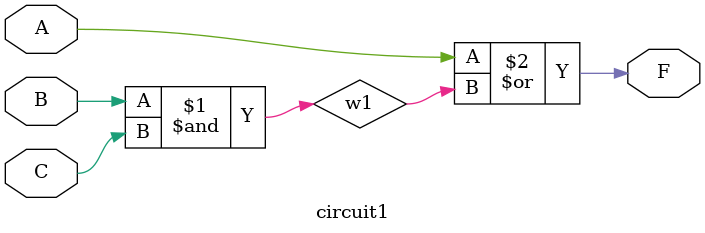
<source format=v>
module circuit1(
    input A,
    input B,
    input C,
    output F
);
    wire w1;
    and #(5) g0 (w1, B, C); // w1 = B AND C
    or #(9) g1 (F, A, w1);  // F = A OR w1
endmodule

</source>
